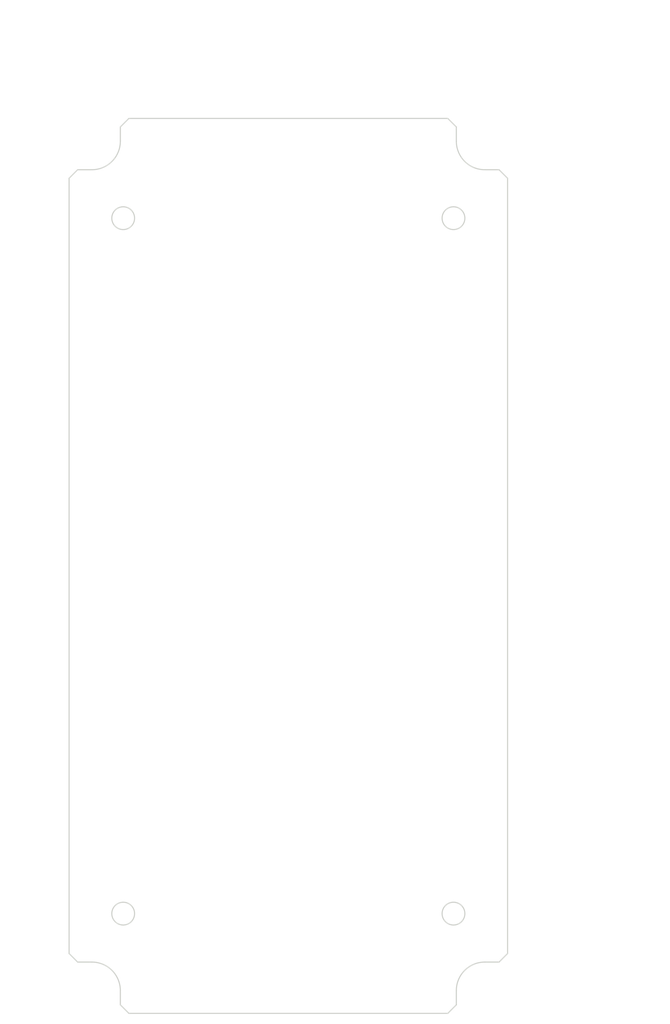
<source format=kicad_pcb>
(kicad_pcb (version 20171130) (host pcbnew "(5.1.0)-1")

  (general
    (thickness 1.6)
    (drawings 72)
    (tracks 0)
    (zones 0)
    (modules 0)
    (nets 1)
  )

  (page A4)
  (layers
    (0 F.Cu signal)
    (31 B.Cu signal)
    (32 B.Adhes user)
    (33 F.Adhes user)
    (34 B.Paste user)
    (35 F.Paste user)
    (36 B.SilkS user)
    (37 F.SilkS user)
    (38 B.Mask user)
    (39 F.Mask user)
    (40 Dwgs.User user)
    (41 Cmts.User user)
    (42 Eco1.User user)
    (43 Eco2.User user)
    (44 Edge.Cuts user)
    (45 Margin user)
    (46 B.CrtYd user)
    (47 F.CrtYd user)
    (48 B.Fab user)
    (49 F.Fab user)
  )

  (setup
    (last_trace_width 0.25)
    (trace_clearance 0.2)
    (zone_clearance 0.508)
    (zone_45_only no)
    (trace_min 0.2)
    (via_size 0.8)
    (via_drill 0.4)
    (via_min_size 0.4)
    (via_min_drill 0.3)
    (uvia_size 0.3)
    (uvia_drill 0.1)
    (uvias_allowed no)
    (uvia_min_size 0.2)
    (uvia_min_drill 0.1)
    (edge_width 0.05)
    (segment_width 0.2)
    (pcb_text_width 0.3)
    (pcb_text_size 1.5 1.5)
    (mod_edge_width 0.12)
    (mod_text_size 1 1)
    (mod_text_width 0.15)
    (pad_size 1.524 1.524)
    (pad_drill 0.762)
    (pad_to_mask_clearance 0.051)
    (solder_mask_min_width 0.25)
    (aux_axis_origin 0 0)
    (visible_elements FFFFFF7F)
    (pcbplotparams
      (layerselection 0x010fc_ffffffff)
      (usegerberextensions false)
      (usegerberattributes false)
      (usegerberadvancedattributes false)
      (creategerberjobfile false)
      (excludeedgelayer true)
      (linewidth 0.152400)
      (plotframeref false)
      (viasonmask false)
      (mode 1)
      (useauxorigin false)
      (hpglpennumber 1)
      (hpglpenspeed 20)
      (hpglpendiameter 15.000000)
      (psnegative false)
      (psa4output false)
      (plotreference true)
      (plotvalue true)
      (plotinvisibletext false)
      (padsonsilk false)
      (subtractmaskfromsilk false)
      (outputformat 1)
      (mirror false)
      (drillshape 1)
      (scaleselection 1)
      (outputdirectory ""))
  )

  (net 0 "")

  (net_class Default "This is the default net class."
    (clearance 0.2)
    (trace_width 0.25)
    (via_dia 0.8)
    (via_drill 0.4)
    (uvia_dia 0.3)
    (uvia_drill 0.1)
  )

  (gr_line (start 118.204967 36.027402) (end 62.204967 36.027402) (layer Edge.Cuts) (width 0.2))
  (gr_line (start 60.704967 37.527402) (end 62.204967 36.027402) (layer Edge.Cuts) (width 0.2))
  (gr_arc (start 55.704967 40.027402) (end 55.704967 45.027402) (angle -90) (layer Edge.Cuts) (width 0.2))
  (gr_line (start 60.704967 37.527402) (end 60.704967 40.027402) (layer Edge.Cuts) (width 0.2))
  (gr_line (start 55.704967 45.027402) (end 53.204967 45.027402) (layer Edge.Cuts) (width 0.2))
  (gr_line (start 51.704967 46.527402) (end 53.204967 45.027402) (layer Edge.Cuts) (width 0.2))
  (gr_line (start 51.704967 46.527402) (end 51.704967 182.527402) (layer Edge.Cuts) (width 0.2))
  (gr_circle (center 61.204967 53.527402) (end 63.204967 53.527402) (layer Edge.Cuts) (width 0.2))
  (gr_line (start 118.204967 36.027402) (end 119.704967 37.527402) (layer Edge.Cuts) (width 0.2))
  (gr_line (start 119.704967 37.527402) (end 119.704967 40.027402) (layer Edge.Cuts) (width 0.2))
  (gr_arc (start 124.704967 40.027402) (end 119.704967 40.027402) (angle -90) (layer Edge.Cuts) (width 0.2))
  (gr_line (start 124.704967 45.027402) (end 127.204967 45.027402) (layer Edge.Cuts) (width 0.2))
  (gr_line (start 127.204967 45.027402) (end 128.704967 46.527402) (layer Edge.Cuts) (width 0.2))
  (gr_line (start 128.704967 46.527402) (end 128.704967 182.527402) (layer Edge.Cuts) (width 0.2))
  (gr_circle (center 119.204967 53.527402) (end 121.204967 53.527402) (layer Edge.Cuts) (width 0.2))
  (gr_line (start 124.704967 184.027402) (end 127.204967 184.027402) (layer Edge.Cuts) (width 0.2))
  (gr_line (start 128.704967 182.527402) (end 127.204967 184.027402) (layer Edge.Cuts) (width 0.2))
  (gr_circle (center 119.204967 175.527402) (end 121.204967 175.527402) (layer Edge.Cuts) (width 0.2))
  (gr_arc (start 124.704967 189.027402) (end 124.704967 184.027402) (angle -90) (layer Edge.Cuts) (width 0.2))
  (gr_line (start 119.704967 191.527402) (end 118.204967 193.027402) (layer Edge.Cuts) (width 0.2))
  (gr_line (start 119.704967 191.527402) (end 119.704967 189.027402) (layer Edge.Cuts) (width 0.2))
  (gr_line (start 62.204967 193.027402) (end 60.704967 191.527402) (layer Edge.Cuts) (width 0.2))
  (gr_line (start 60.704967 191.527402) (end 60.704967 189.027402) (layer Edge.Cuts) (width 0.2))
  (gr_arc (start 55.704967 189.027402) (end 60.704967 189.027402) (angle -90) (layer Edge.Cuts) (width 0.2))
  (gr_line (start 62.204967 193.027402) (end 118.204967 193.027402) (layer Edge.Cuts) (width 0.2))
  (gr_circle (center 61.204967 175.527402) (end 63.204967 175.527402) (layer Edge.Cuts) (width 0.2))
  (gr_line (start 55.704967 184.027402) (end 53.204967 184.027402) (layer Edge.Cuts) (width 0.2))
  (gr_line (start 53.204967 184.027402) (end 51.704967 182.527402) (layer Edge.Cuts) (width 0.2))
  (gr_text [R0.20] (at 46.776466 193.532964) (layer Dwgs.User)
    (effects (font (size 1.7 1.53) (thickness 0.2125)))
  )
  (gr_text " R5.00" (at 46.776466 189.975529) (layer Dwgs.User)
    (effects (font (size 1.7 1.53) (thickness 0.2125)))
  )
  (gr_line (start 53.247237 191.643503) (end 57.759073 186.840933) (layer Dwgs.User) (width 0.2))
  (gr_line (start 51.247237 191.643503) (end 53.247237 191.643503) (layer Dwgs.User) (width 0.2))
  (gr_line (start 61.204967 53.617402) (end 61.204967 53.437402) (layer Dwgs.User) (width 0.2))
  (gr_line (start 61.114967 53.527402) (end 61.294967 53.527402) (layer Dwgs.User) (width 0.2))
  (gr_text " ∅4.00\n[∅0.16]" (at 45.762996 58.550156) (layer Dwgs.User)
    (effects (font (size 1.7 1.53) (thickness 0.2125)))
  )
  (gr_line (start 52.299866 58.550156) (end 57.720946 55.492498) (layer Dwgs.User) (width 0.2))
  (gr_line (start 50.299866 58.550156) (end 52.299866 58.550156) (layer Dwgs.User) (width 0.2))
  (gr_text [.37] (at 42.870949 79.436554) (layer Dwgs.User)
    (effects (font (size 1.7 1.53) (thickness 0.2125)))
  )
  (gr_text " 9.50" (at 42.870949 75.879119) (layer Dwgs.User)
    (effects (font (size 1.7 1.53) (thickness 0.2125)))
  )
  (gr_line (start 51.704967 77.547093) (end 46.255158 77.547093) (layer Dwgs.User) (width 0.2))
  (gr_line (start 59.204967 77.547093) (end 53.704967 77.547093) (layer Dwgs.User) (width 0.2))
  (gr_line (start 61.204967 54.527402) (end 61.204967 80.722093) (layer Dwgs.User) (width 0.2))
  (gr_text [2.28] (at 100.204967 61.263913) (layer Dwgs.User)
    (effects (font (size 1.7 1.53) (thickness 0.2125)))
  )
  (gr_text " 58.00" (at 100.204967 57.706478) (layer Dwgs.User)
    (effects (font (size 1.7 1.53) (thickness 0.2125)))
  )
  (gr_line (start 63.204967 59.374452) (end 96.160356 59.374452) (layer Dwgs.User) (width 0.2))
  (gr_line (start 117.204967 59.374452) (end 104.249578 59.374452) (layer Dwgs.User) (width 0.2))
  (gr_line (start 61.204967 54.527402) (end 61.204967 62.549452) (layer Dwgs.User) (width 0.2))
  (gr_line (start 119.204967 54.527402) (end 119.204967 62.549452) (layer Dwgs.User) (width 0.2))
  (gr_text [5.47] (at 141.304607 65.913384) (layer Dwgs.User)
    (effects (font (size 1.7 1.53) (thickness 0.2125)))
  )
  (gr_text " 139.00" (at 141.304607 62.358848) (layer Dwgs.User)
    (effects (font (size 1.7 1.53) (thickness 0.2125)))
  )
  (gr_line (start 141.304607 182.027402) (end 141.304607 67.581938) (layer Dwgs.User) (width 0.2))
  (gr_line (start 141.304607 47.027402) (end 141.304607 60.472866) (layer Dwgs.User) (width 0.2))
  (gr_line (start 128.204967 184.027402) (end 144.479607 184.027402) (layer Dwgs.User) (width 0.2))
  (gr_line (start 128.204967 45.027402) (end 144.479607 45.027402) (layer Dwgs.User) (width 0.2))
  (gr_text [2.32] (at 77.204967 31.233439) (layer Dwgs.User)
    (effects (font (size 1.7 1.53) (thickness 0.2125)))
  )
  (gr_text " 59.00" (at 77.204967 27.676003) (layer Dwgs.User)
    (effects (font (size 1.7 1.53) (thickness 0.2125)))
  )
  (gr_line (start 117.704967 29.343978) (end 81.249578 29.343978) (layer Dwgs.User) (width 0.2))
  (gr_line (start 62.704967 29.343978) (end 73.160356 29.343978) (layer Dwgs.User) (width 0.2))
  (gr_line (start 119.704967 36.527402) (end 119.704967 26.168978) (layer Dwgs.User) (width 0.2))
  (gr_line (start 60.704967 36.527402) (end 60.704967 26.168978) (layer Dwgs.User) (width 0.2))
  (gr_text [6.18] (at 152.492053 65.916863) (layer Dwgs.User)
    (effects (font (size 1.7 1.53) (thickness 0.2125)))
  )
  (gr_text " 157.00" (at 152.492053 62.359428) (layer Dwgs.User)
    (effects (font (size 1.7 1.53) (thickness 0.2125)))
  )
  (gr_line (start 152.492053 191.027402) (end 152.492053 67.584837) (layer Dwgs.User) (width 0.2))
  (gr_line (start 152.492053 38.027402) (end 152.492053 60.469967) (layer Dwgs.User) (width 0.2))
  (gr_line (start 119.204967 193.027402) (end 155.667053 193.027402) (layer Dwgs.User) (width 0.2))
  (gr_line (start 119.204967 36.027402) (end 155.667053 36.027402) (layer Dwgs.User) (width 0.2))
  (gr_text [3.03] (at 77.204967 20.416863) (layer Dwgs.User)
    (effects (font (size 1.7 1.53) (thickness 0.2125)))
  )
  (gr_text " 77.00" (at 77.204967 16.859428) (layer Dwgs.User)
    (effects (font (size 1.7 1.53) (thickness 0.2125)))
  )
  (gr_line (start 126.704967 18.527402) (end 81.249578 18.527402) (layer Dwgs.User) (width 0.2))
  (gr_line (start 53.704967 18.527402) (end 73.160356 18.527402) (layer Dwgs.User) (width 0.2))
  (gr_line (start 128.704967 45.527402) (end 128.704967 15.352402) (layer Dwgs.User) (width 0.2))
  (gr_line (start 51.704967 45.527402) (end 51.704967 15.352402) (layer Dwgs.User) (width 0.2))

)

</source>
